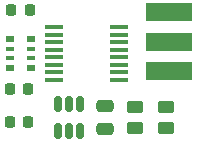
<source format=gbr>
%TF.GenerationSoftware,KiCad,Pcbnew,(6.0.5-0)*%
%TF.CreationDate,2022-08-13T19:22:48-07:00*%
%TF.ProjectId,max3100-uart-adpt,6d617833-3130-4302-9d75-6172742d6164,P1.1*%
%TF.SameCoordinates,PX6b4f310PY74ffa90*%
%TF.FileFunction,Paste,Bot*%
%TF.FilePolarity,Positive*%
%FSLAX46Y46*%
G04 Gerber Fmt 4.6, Leading zero omitted, Abs format (unit mm)*
G04 Created by KiCad (PCBNEW (6.0.5-0)) date 2022-08-13 19:22:48*
%MOMM*%
%LPD*%
G01*
G04 APERTURE LIST*
G04 Aperture macros list*
%AMRoundRect*
0 Rectangle with rounded corners*
0 $1 Rounding radius*
0 $2 $3 $4 $5 $6 $7 $8 $9 X,Y pos of 4 corners*
0 Add a 4 corners polygon primitive as box body*
4,1,4,$2,$3,$4,$5,$6,$7,$8,$9,$2,$3,0*
0 Add four circle primitives for the rounded corners*
1,1,$1+$1,$2,$3*
1,1,$1+$1,$4,$5*
1,1,$1+$1,$6,$7*
1,1,$1+$1,$8,$9*
0 Add four rect primitives between the rounded corners*
20,1,$1+$1,$2,$3,$4,$5,0*
20,1,$1+$1,$4,$5,$6,$7,0*
20,1,$1+$1,$6,$7,$8,$9,0*
20,1,$1+$1,$8,$9,$2,$3,0*%
G04 Aperture macros list end*
%ADD10RoundRect,0.150000X-0.150000X0.512500X-0.150000X-0.512500X0.150000X-0.512500X0.150000X0.512500X0*%
%ADD11RoundRect,0.250000X0.450000X-0.262500X0.450000X0.262500X-0.450000X0.262500X-0.450000X-0.262500X0*%
%ADD12RoundRect,0.250000X-0.450000X0.262500X-0.450000X-0.262500X0.450000X-0.262500X0.450000X0.262500X0*%
%ADD13R,4.000000X1.500000*%
%ADD14R,0.800000X0.500000*%
%ADD15R,0.800000X0.400000*%
%ADD16R,1.550000X0.435000*%
%ADD17RoundRect,0.218750X-0.218750X-0.256250X0.218750X-0.256250X0.218750X0.256250X-0.218750X0.256250X0*%
%ADD18RoundRect,0.250000X-0.475000X0.250000X-0.475000X-0.250000X0.475000X-0.250000X0.475000X0.250000X0*%
G04 APERTURE END LIST*
D10*
%TO.C,Q1*%
X48528000Y34919500D03*
X49478000Y34919500D03*
X50428000Y34919500D03*
X50428000Y32644500D03*
X49478000Y32644500D03*
X48528000Y32644500D03*
%TD*%
D11*
%TO.C,R2*%
X57678000Y32869500D03*
X57678000Y34694500D03*
%TD*%
D12*
%TO.C,R1*%
X55078000Y34694500D03*
X55078000Y32869500D03*
%TD*%
D13*
%TO.C,Y1*%
X57978000Y42682000D03*
X57978000Y40182000D03*
X57978000Y37682000D03*
%TD*%
D14*
%TO.C,RN1*%
X46278000Y40382000D03*
D15*
X46278000Y39582000D03*
X46278000Y38782000D03*
D14*
X46278000Y37982000D03*
X44478000Y37982000D03*
D15*
X44478000Y38782000D03*
X44478000Y39582000D03*
D14*
X44478000Y40382000D03*
%TD*%
D16*
%TO.C,IC1*%
X48253000Y36960000D03*
X48253000Y37594000D03*
X48253000Y38230000D03*
X48253000Y38864000D03*
X48253000Y39500000D03*
X48253000Y40134000D03*
X48253000Y40770000D03*
X48253000Y41404000D03*
X53703000Y41404000D03*
X53703000Y40770000D03*
X53703000Y40134000D03*
X53703000Y39500000D03*
X53703000Y38864000D03*
X53703000Y38230000D03*
X53703000Y37594000D03*
X53703000Y36960000D03*
%TD*%
D17*
%TO.C,D3*%
X46165500Y42882000D03*
X44590500Y42882000D03*
%TD*%
%TO.C,D2*%
X44490500Y33382000D03*
X46065500Y33382000D03*
%TD*%
%TO.C,D1*%
X46065500Y36182000D03*
X44490500Y36182000D03*
%TD*%
D18*
%TO.C,C1*%
X52578000Y32832000D03*
X52578000Y34732000D03*
%TD*%
M02*

</source>
